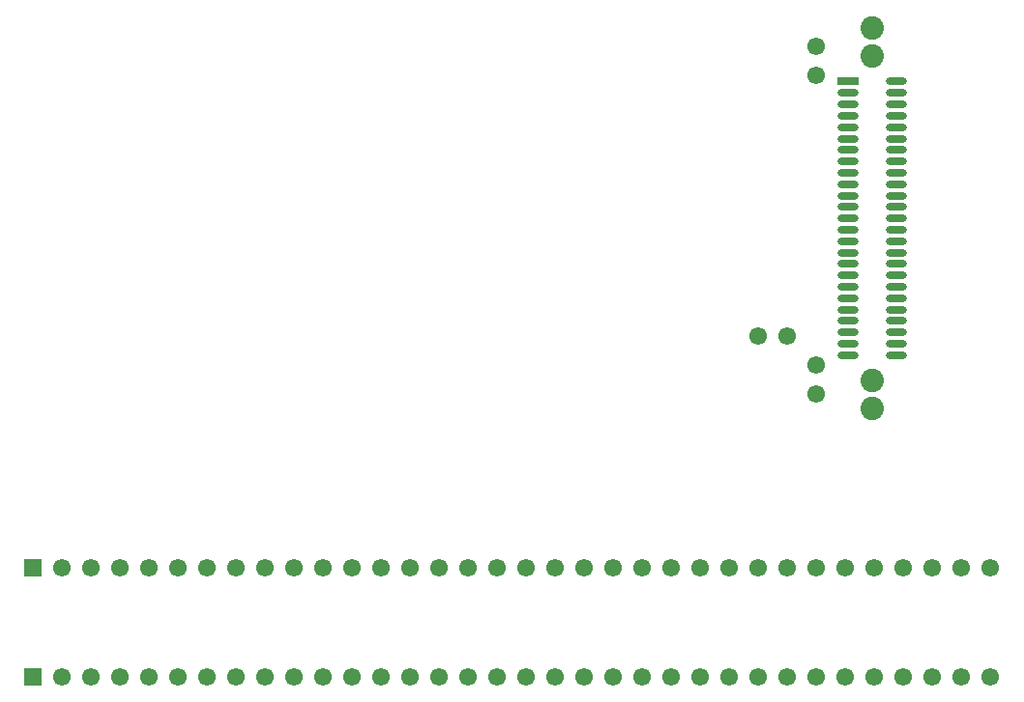
<source format=gbs>
G04*
G04 #@! TF.GenerationSoftware,Altium Limited,Altium Designer,19.1.8 (144)*
G04*
G04 Layer_Color=16711935*
%FSLAX44Y44*%
%MOMM*%
G71*
G01*
G75*
%ADD18C,1.5508*%
%ADD19R,1.5508X1.5508*%
%ADD20C,2.0508*%
%ADD32R,1.8508X0.6508*%
%ADD33O,1.8508X0.6508*%
D18*
X704850Y267550D02*
D03*
Y292950D02*
D03*
X654050Y318350D02*
D03*
X679450D02*
D03*
X704850Y572350D02*
D03*
Y546950D02*
D03*
X857250Y19900D02*
D03*
X831850D02*
D03*
X806450D02*
D03*
X781050D02*
D03*
X755650D02*
D03*
X730250D02*
D03*
X704850D02*
D03*
X679450D02*
D03*
X654050D02*
D03*
X628650D02*
D03*
X603250D02*
D03*
X577850D02*
D03*
X552450D02*
D03*
X527050D02*
D03*
X501650D02*
D03*
X476250D02*
D03*
X450850D02*
D03*
X425450D02*
D03*
X400050D02*
D03*
X374650D02*
D03*
X349250D02*
D03*
X323850D02*
D03*
X298450D02*
D03*
X273050D02*
D03*
X247650D02*
D03*
X222250D02*
D03*
X196850D02*
D03*
X171450D02*
D03*
X146050D02*
D03*
X120650D02*
D03*
X95250D02*
D03*
X69850D02*
D03*
X44450D02*
D03*
X857250Y115150D02*
D03*
X831850D02*
D03*
X806450D02*
D03*
X781050D02*
D03*
X755650D02*
D03*
X730250D02*
D03*
X704850D02*
D03*
X679450D02*
D03*
X654050D02*
D03*
X628650D02*
D03*
X603250D02*
D03*
X577850D02*
D03*
X552450D02*
D03*
X527050D02*
D03*
X501650D02*
D03*
X476250D02*
D03*
X450850D02*
D03*
X425450D02*
D03*
X400050D02*
D03*
X374650D02*
D03*
X349250D02*
D03*
X323850D02*
D03*
X298450D02*
D03*
X273050D02*
D03*
X247650D02*
D03*
X222250D02*
D03*
X196850D02*
D03*
X171450D02*
D03*
X146050D02*
D03*
X120650D02*
D03*
X95250D02*
D03*
X69850D02*
D03*
X44450D02*
D03*
D19*
X19050Y19900D02*
D03*
Y115150D02*
D03*
D20*
X753400Y279000D02*
D03*
Y564000D02*
D03*
Y588500D02*
D03*
Y254500D02*
D03*
D32*
X732400Y541500D02*
D03*
D33*
Y531500D02*
D03*
Y521500D02*
D03*
Y511500D02*
D03*
Y501500D02*
D03*
Y491500D02*
D03*
Y481500D02*
D03*
Y471500D02*
D03*
Y461500D02*
D03*
Y451500D02*
D03*
Y441500D02*
D03*
Y431500D02*
D03*
Y421500D02*
D03*
Y411500D02*
D03*
Y401500D02*
D03*
Y391500D02*
D03*
Y381500D02*
D03*
Y371500D02*
D03*
Y361500D02*
D03*
Y351500D02*
D03*
Y341500D02*
D03*
Y331500D02*
D03*
Y321500D02*
D03*
Y311500D02*
D03*
Y301500D02*
D03*
X774400Y541500D02*
D03*
Y531500D02*
D03*
Y521500D02*
D03*
Y511500D02*
D03*
Y501500D02*
D03*
Y491500D02*
D03*
Y481500D02*
D03*
Y471500D02*
D03*
Y461500D02*
D03*
Y451500D02*
D03*
Y441500D02*
D03*
Y431500D02*
D03*
Y421500D02*
D03*
Y411500D02*
D03*
Y401500D02*
D03*
Y391500D02*
D03*
Y381500D02*
D03*
Y371500D02*
D03*
Y361500D02*
D03*
Y351500D02*
D03*
Y341500D02*
D03*
Y331500D02*
D03*
Y321500D02*
D03*
Y311500D02*
D03*
Y301500D02*
D03*
M02*

</source>
